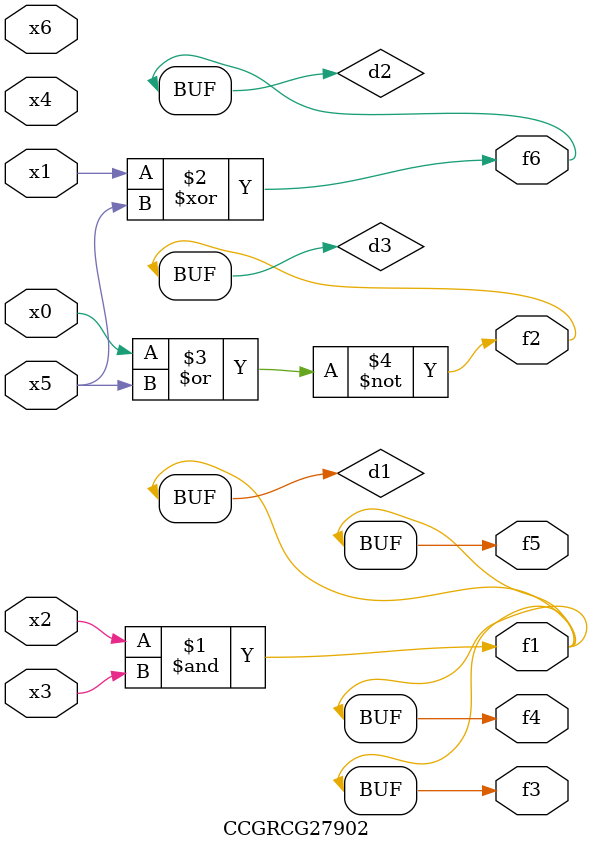
<source format=v>
module CCGRCG27902(
	input x0, x1, x2, x3, x4, x5, x6,
	output f1, f2, f3, f4, f5, f6
);

	wire d1, d2, d3;

	and (d1, x2, x3);
	xor (d2, x1, x5);
	nor (d3, x0, x5);
	assign f1 = d1;
	assign f2 = d3;
	assign f3 = d1;
	assign f4 = d1;
	assign f5 = d1;
	assign f6 = d2;
endmodule

</source>
